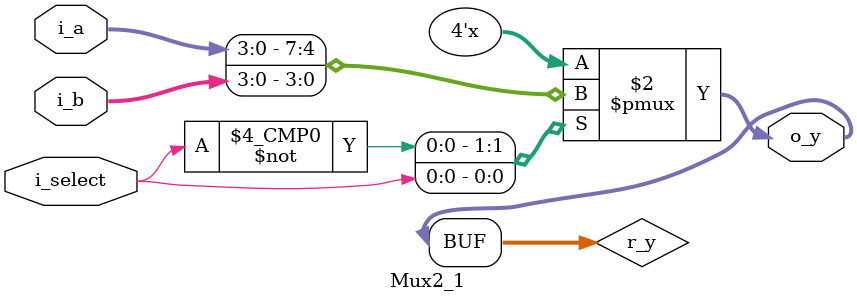
<source format=v>
`timescale 1ns / 1ps

module Mux2_1(
    input [3:0] i_a, i_b,
    input i_select,
    output [3:0] o_y
    );

    reg [3:0] r_y;
    assign o_y = r_y;

    always @(*) begin
        case (i_select)
            1'b0 : r_y <= i_a;
            1'b1 : r_y <= i_b;
        endcase
    end

endmodule

</source>
